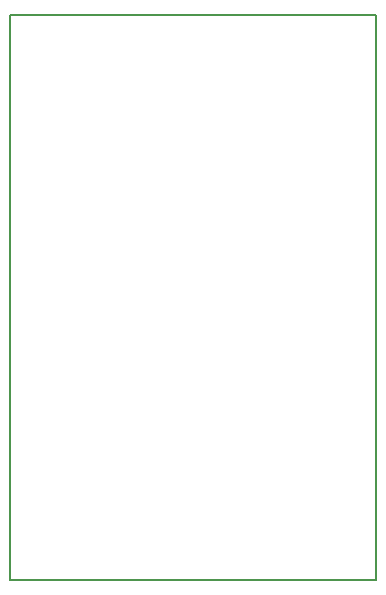
<source format=gbr>
G04 DipTrace 3.0.0.1*
G04 BoardOutline.gbr*
%MOIN*%
G04 #@! TF.FileFunction,Profile*
G04 #@! TF.Part,Single*
%ADD11C,0.006*%
%FSLAX26Y26*%
G04*
G70*
G90*
G75*
G01*
G04 BoardOutline*
%LPD*%
X393701Y393701D2*
D11*
X1614173D1*
Y2275591D1*
X393701D1*
Y393701D1*
M02*

</source>
